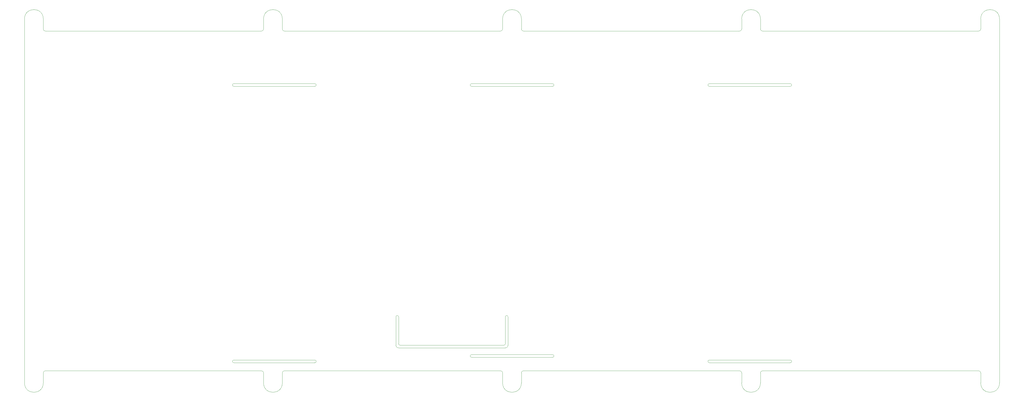
<source format=gm1>
G04 #@! TF.GenerationSoftware,KiCad,Pcbnew,(5.1.4)-1*
G04 #@! TF.CreationDate,2020-03-17T00:39:42-07:00*
G04 #@! TF.ProjectId,mad cat,6d616420-6361-4742-9e6b-696361645f70,rev?*
G04 #@! TF.SameCoordinates,Original*
G04 #@! TF.FileFunction,Profile,NP*
%FSLAX46Y46*%
G04 Gerber Fmt 4.6, Leading zero omitted, Abs format (unit mm)*
G04 Created by KiCad (PCBNEW (5.1.4)-1) date 2020-03-17 00:39:42*
%MOMM*%
%LPD*%
G04 APERTURE LIST*
%ADD10C,0.100000*%
G04 APERTURE END LIST*
D10*
X354475000Y4000000D02*
G75*
G02X361425000Y4000000I3475000J0D01*
G01*
X354475000Y268749D02*
X354475000Y4000000D01*
X354474999Y268749D02*
G75*
G02X353681250Y-525000I-793749J0D01*
G01*
X273731250Y-525000D02*
X353681250Y-525000D01*
X273731251Y-525000D02*
G75*
G02X272937500Y268749I-1J793750D01*
G01*
X272937499Y3999999D02*
X272937500Y268749D01*
X265987501Y3999999D02*
G75*
G02X272937499Y3999999I3474999J0D01*
G01*
X265987500Y268749D02*
X265987500Y3999999D01*
X265987499Y268749D02*
G75*
G02X265193750Y-525000I-793749J0D01*
G01*
X185243749Y-525000D02*
X265193750Y-525000D01*
X185243749Y-525001D02*
G75*
G02X184449999Y268749I0J793750D01*
G01*
X184449999Y3999999D02*
X184449999Y268749D01*
X177500001Y3999999D02*
G75*
G02X184449999Y3999999I3474999J0D01*
G01*
X177500000Y268749D02*
X177500000Y3999999D01*
X177499999Y268749D02*
G75*
G02X176706250Y-525000I-793749J0D01*
G01*
X96756250Y-525000D02*
X176706250Y-525000D01*
X96756251Y-525001D02*
G75*
G02X95962499Y268749I-1J793751D01*
G01*
X95962499Y3999999D02*
X95962499Y268749D01*
X89012499Y3999999D02*
G75*
G02X95962499Y3999999I3475000J0D01*
G01*
X89012499Y268749D02*
X89012499Y3999999D01*
X89012500Y268749D02*
G75*
G02X88218749Y-525000I-793750J1D01*
G01*
X8268750Y-525001D02*
X88218749Y-525000D01*
X8268750Y-525001D02*
G75*
G02X7475000Y268749I0J793750D01*
G01*
X7475000Y4000000D02*
X7475000Y268749D01*
X525000Y4000000D02*
G75*
G02X7475000Y4000000I3475000J0D01*
G01*
X524999Y-131000000D02*
X525000Y4000000D01*
X7474999Y-131000000D02*
G75*
G02X524999Y-131000000I-3475000J0D01*
G01*
X7475001Y-127268749D02*
X7474999Y-131000000D01*
X7475001Y-127268749D02*
G75*
G02X8268750Y-126475000I793749J0D01*
G01*
X88218749Y-126475000D02*
X8268750Y-126475000D01*
X88218750Y-126474999D02*
G75*
G02X89012499Y-127268750I-1J-793750D01*
G01*
X89012499Y-131000000D02*
X89012499Y-127268750D01*
X95962499Y-131000000D02*
G75*
G02X89012499Y-131000000I-3475000J0D01*
G01*
X95962499Y-127268750D02*
X95962499Y-131000000D01*
X95962501Y-127268749D02*
G75*
G02X96756250Y-126475000I793749J0D01*
G01*
X176706250Y-126475000D02*
X96756250Y-126475000D01*
X176706251Y-126474999D02*
G75*
G02X177500000Y-127268750I-1J-793750D01*
G01*
X177500000Y-131000000D02*
X177500000Y-127268750D01*
X184450000Y-131000000D02*
G75*
G02X177500000Y-131000000I-3475000J0D01*
G01*
X184449999Y-127268750D02*
X184449999Y-131000000D01*
X184450000Y-127268749D02*
G75*
G02X185243749Y-126475000I793749J0D01*
G01*
X265193750Y-126475000D02*
X185243749Y-126475000D01*
X265193751Y-126474999D02*
G75*
G02X265987500Y-127268750I-1J-793750D01*
G01*
X265987499Y-131000000D02*
X265987500Y-127268750D01*
X272937501Y-131000000D02*
G75*
G02X265987499Y-131000000I-3475001J0D01*
G01*
X272937500Y-127268750D02*
X272937500Y-131000000D01*
X272937500Y-127268750D02*
G75*
G02X273731250Y-126475000I793750J0D01*
G01*
X353681250Y-126475000D02*
X273731250Y-126475000D01*
X353681251Y-126474999D02*
G75*
G02X354475000Y-127268750I-1J-793750D01*
G01*
X354475000Y-131000000D02*
X354475000Y-127268750D01*
X361425000Y-131000000D02*
G75*
G02X354475000Y-131000000I-3475000J0D01*
G01*
X361425000Y4000000D02*
X361425000Y-131000000D01*
X196000000Y-20000000D02*
G75*
G02X196000000Y-21000000I0J-500000D01*
G01*
X166000000Y-21000000D02*
X196000000Y-21000000D01*
X166000000Y-21000000D02*
G75*
G02X166000000Y-20000000I0J500000D01*
G01*
X196000000Y-20000000D02*
X166000000Y-20000000D01*
X284000000Y-20000000D02*
G75*
G02X284000000Y-21000000I0J-500000D01*
G01*
X254000000Y-21000000D02*
X284000000Y-21000000D01*
X254000000Y-21000000D02*
G75*
G02X254000000Y-20000000I0J500000D01*
G01*
X284000000Y-20000000D02*
X254000000Y-20000000D01*
X196000000Y-120500000D02*
G75*
G02X196000000Y-121500000I0J-500000D01*
G01*
X166000000Y-121500000D02*
X196000000Y-121500000D01*
X166000000Y-121500000D02*
G75*
G02X166000000Y-120500000I0J500000D01*
G01*
X196000000Y-120500000D02*
X166000000Y-120500000D01*
X108000000Y-122500000D02*
G75*
G02X108000000Y-123500000I0J-500000D01*
G01*
X78000000Y-123500000D02*
X108000000Y-123500000D01*
X78000000Y-123500000D02*
G75*
G02X78000000Y-122500000I0J500000D01*
G01*
X108000000Y-122500000D02*
X78000000Y-122500000D01*
X284000000Y-122500000D02*
G75*
G02X284000000Y-123500000I0J-500000D01*
G01*
X254000000Y-123500000D02*
X284000000Y-123500000D01*
X254000000Y-123500000D02*
G75*
G02X254000000Y-122500000I0J500000D01*
G01*
X284000000Y-122500000D02*
X254000000Y-122500000D01*
X78000000Y-21000000D02*
G75*
G02X78000000Y-20000000I0J500000D01*
G01*
X108000000Y-20000000D02*
X78000000Y-20000000D01*
X108000000Y-20000000D02*
G75*
G02X108000000Y-21000000I0J-500000D01*
G01*
X78000000Y-21000000D02*
X108000000Y-21000000D01*
X138000000Y-106500000D02*
G75*
G02X139000000Y-106500000I500000J0D01*
G01*
X139000000Y-116500000D02*
X139000000Y-106500000D01*
X139500000Y-117000000D02*
G75*
G02X139000000Y-116500000I0J500000D01*
G01*
X178000000Y-117000000D02*
X139500000Y-117000000D01*
X178500000Y-116500000D02*
G75*
G02X178000000Y-117000000I-500000J0D01*
G01*
X178500000Y-106500000D02*
X178500000Y-116500000D01*
X178500000Y-106500000D02*
G75*
G02X179500000Y-106500000I500000J0D01*
G01*
X179500000Y-117000000D02*
X179500000Y-106500000D01*
X179500001Y-116999999D02*
G75*
G02X178500000Y-118000000I-1000001J0D01*
G01*
X139000000Y-118000000D02*
X178500000Y-118000000D01*
X139000000Y-118000000D02*
G75*
G02X138000000Y-117000000I0J1000000D01*
G01*
X138000000Y-106500000D02*
X138000000Y-117000000D01*
M02*

</source>
